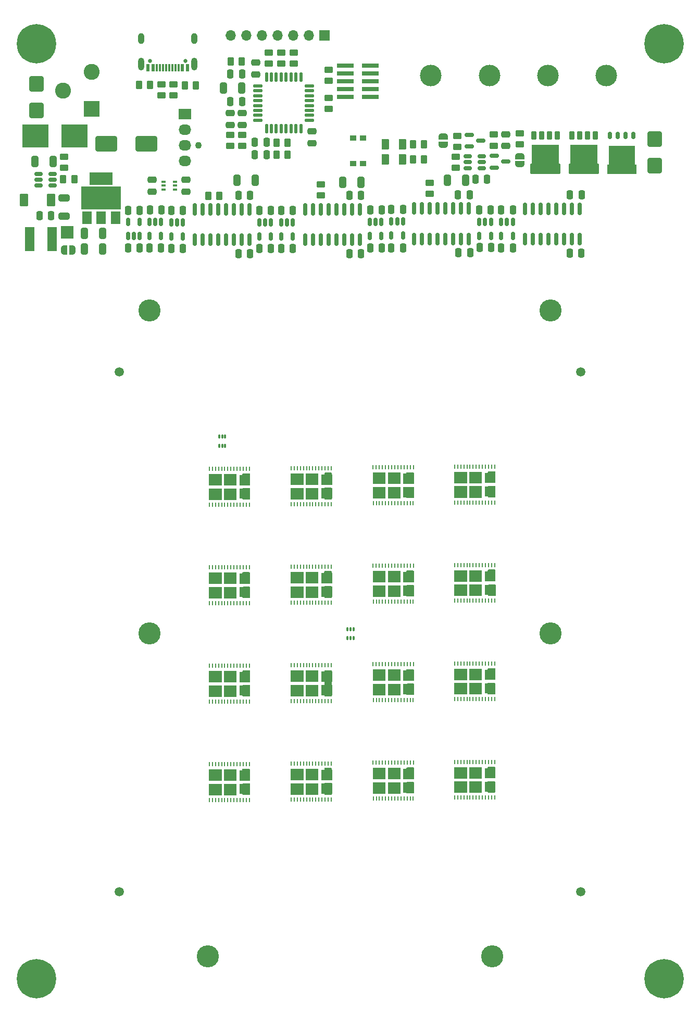
<source format=gts>
G04 #@! TF.GenerationSoftware,KiCad,Pcbnew,8.0.1-8.0.1-1~ubuntu22.04.1*
G04 #@! TF.CreationDate,2024-04-20T17:14:23+02:00*
G04 #@! TF.ProjectId,0xaxe,30786178-652e-46b6-9963-61645f706362,302*
G04 #@! TF.SameCoordinates,Original*
G04 #@! TF.FileFunction,Soldermask,Top*
G04 #@! TF.FilePolarity,Negative*
%FSLAX46Y46*%
G04 Gerber Fmt 4.6, Leading zero omitted, Abs format (unit mm)*
G04 Created by KiCad (PCBNEW 8.0.1-8.0.1-1~ubuntu22.04.1) date 2024-04-20 17:14:23*
%MOMM*%
%LPD*%
G01*
G04 APERTURE LIST*
G04 Aperture macros list*
%AMRoundRect*
0 Rectangle with rounded corners*
0 $1 Rounding radius*
0 $2 $3 $4 $5 $6 $7 $8 $9 X,Y pos of 4 corners*
0 Add a 4 corners polygon primitive as box body*
4,1,4,$2,$3,$4,$5,$6,$7,$8,$9,$2,$3,0*
0 Add four circle primitives for the rounded corners*
1,1,$1+$1,$2,$3*
1,1,$1+$1,$4,$5*
1,1,$1+$1,$6,$7*
1,1,$1+$1,$8,$9*
0 Add four rect primitives between the rounded corners*
20,1,$1+$1,$2,$3,$4,$5,0*
20,1,$1+$1,$4,$5,$6,$7,0*
20,1,$1+$1,$6,$7,$8,$9,0*
20,1,$1+$1,$8,$9,$2,$3,0*%
%AMFreePoly0*
4,1,19,0.500000,-0.750000,0.000000,-0.750000,0.000000,-0.744911,-0.071157,-0.744911,-0.207708,-0.704816,-0.327430,-0.627875,-0.420627,-0.520320,-0.479746,-0.390866,-0.500000,-0.250000,-0.500000,0.250000,-0.479746,0.390866,-0.420627,0.520320,-0.327430,0.627875,-0.207708,0.704816,-0.071157,0.744911,0.000000,0.744911,0.000000,0.750000,0.500000,0.750000,0.500000,-0.750000,0.500000,-0.750000,
$1*%
%AMFreePoly1*
4,1,19,0.000000,0.744911,0.071157,0.744911,0.207708,0.704816,0.327430,0.627875,0.420627,0.520320,0.479746,0.390866,0.500000,0.250000,0.500000,-0.250000,0.479746,-0.390866,0.420627,-0.520320,0.327430,-0.627875,0.207708,-0.704816,0.071157,-0.744911,0.000000,-0.744911,0.000000,-0.750000,-0.500000,-0.750000,-0.500000,0.750000,0.000000,0.750000,0.000000,0.744911,0.000000,0.744911,
$1*%
%AMFreePoly2*
4,1,21,3.024497,2.399497,3.045000,2.350000,3.045000,-2.350000,3.024497,-2.399497,2.975000,-2.420000,1.425000,-2.420000,1.375503,-2.399497,1.355000,-2.350000,1.355000,-2.170000,-1.650000,-2.170000,-1.699497,-2.149497,-1.720000,-2.100000,-1.720000,2.100000,-1.699497,2.149497,-1.650000,2.170000,1.355000,2.170000,1.355000,2.350000,1.375503,2.399497,1.425000,2.420000,2.975000,2.420000,
3.024497,2.399497,3.024497,2.399497,$1*%
%AMFreePoly3*
4,1,9,2.975000,-2.350000,1.425000,-2.350000,1.425000,-2.100000,-1.650000,-2.100000,-1.650000,2.100000,1.425000,2.100000,1.425000,2.350000,2.975000,2.350000,2.975000,-2.350000,2.975000,-2.350000,$1*%
G04 Aperture macros list end*
%ADD10C,0.120000*%
%ADD11RoundRect,0.150000X0.150000X-0.512500X0.150000X0.512500X-0.150000X0.512500X-0.150000X-0.512500X0*%
%ADD12R,0.221000X0.792000*%
%ADD13C,1.500000*%
%ADD14RoundRect,0.250000X-1.500000X-1.000000X1.500000X-1.000000X1.500000X1.000000X-1.500000X1.000000X0*%
%ADD15RoundRect,0.250000X-0.262500X-0.450000X0.262500X-0.450000X0.262500X0.450000X-0.262500X0.450000X0*%
%ADD16RoundRect,0.150000X-0.150000X0.512500X-0.150000X-0.512500X0.150000X-0.512500X0.150000X0.512500X0*%
%ADD17RoundRect,0.250000X-0.450000X0.262500X-0.450000X-0.262500X0.450000X-0.262500X0.450000X0.262500X0*%
%ADD18R,1.500000X4.000000*%
%ADD19C,3.500000*%
%ADD20RoundRect,0.250000X-0.325000X-0.650000X0.325000X-0.650000X0.325000X0.650000X-0.325000X0.650000X0*%
%ADD21RoundRect,0.150000X-0.150000X0.825000X-0.150000X-0.825000X0.150000X-0.825000X0.150000X0.825000X0*%
%ADD22RoundRect,0.250000X0.250000X0.475000X-0.250000X0.475000X-0.250000X-0.475000X0.250000X-0.475000X0*%
%ADD23FreePoly0,0.000000*%
%ADD24FreePoly1,0.000000*%
%ADD25RoundRect,0.250000X-0.250000X-0.475000X0.250000X-0.475000X0.250000X0.475000X-0.250000X0.475000X0*%
%ADD26RoundRect,0.250000X0.325000X0.650000X-0.325000X0.650000X-0.325000X-0.650000X0.325000X-0.650000X0*%
%ADD27C,0.800000*%
%ADD28C,6.400000*%
%ADD29RoundRect,0.250000X-0.450000X-0.800000X0.450000X-0.800000X0.450000X0.800000X-0.450000X0.800000X0*%
%ADD30RoundRect,0.250000X0.900000X-1.000000X0.900000X1.000000X-0.900000X1.000000X-0.900000X-1.000000X0*%
%ADD31RoundRect,0.250000X-0.375000X-0.625000X0.375000X-0.625000X0.375000X0.625000X-0.375000X0.625000X0*%
%ADD32C,3.600000*%
%ADD33RoundRect,0.050000X0.100000X-0.285000X0.100000X0.285000X-0.100000X0.285000X-0.100000X-0.285000X0*%
%ADD34C,1.100000*%
%ADD35R,2.030000X1.730000*%
%ADD36O,2.030000X1.730000*%
%ADD37FreePoly0,90.000000*%
%ADD38FreePoly1,90.000000*%
%ADD39RoundRect,0.250000X0.262500X0.450000X-0.262500X0.450000X-0.262500X-0.450000X0.262500X-0.450000X0*%
%ADD40RoundRect,0.250000X0.450000X-0.262500X0.450000X0.262500X-0.450000X0.262500X-0.450000X-0.262500X0*%
%ADD41RoundRect,0.250000X-0.475000X0.250000X-0.475000X-0.250000X0.475000X-0.250000X0.475000X0.250000X0*%
%ADD42R,2.760000X0.650000*%
%ADD43R,2.000000X2.000000*%
%ADD44RoundRect,0.250000X0.475000X-0.250000X0.475000X0.250000X-0.475000X0.250000X-0.475000X-0.250000X0*%
%ADD45RoundRect,0.150000X-0.587500X-0.150000X0.587500X-0.150000X0.587500X0.150000X-0.587500X0.150000X0*%
%ADD46R,4.245000X3.810000*%
%ADD47RoundRect,0.150000X-0.512500X-0.150000X0.512500X-0.150000X0.512500X0.150000X-0.512500X0.150000X0*%
%ADD48RoundRect,0.150000X0.512500X0.150000X-0.512500X0.150000X-0.512500X-0.150000X0.512500X-0.150000X0*%
%ADD49RoundRect,0.070000X0.350000X0.575000X-0.350000X0.575000X-0.350000X-0.575000X0.350000X-0.575000X0*%
%ADD50FreePoly2,270.000000*%
%ADD51R,1.500000X2.000000*%
%ADD52R,3.800000X2.000000*%
%ADD53C,0.650000*%
%ADD54R,0.600000X1.150000*%
%ADD55R,0.300000X1.150000*%
%ADD56O,1.000000X2.100000*%
%ADD57O,1.000000X1.800000*%
%ADD58R,1.700000X1.700000*%
%ADD59O,1.700000X1.700000*%
%ADD60RoundRect,0.175000X0.175000X0.400000X-0.175000X0.400000X-0.175000X-0.400000X0.175000X-0.400000X0*%
%ADD61FreePoly3,270.000000*%
%ADD62R,2.600000X2.600000*%
%ADD63C,2.600000*%
%ADD64RoundRect,0.250000X0.650000X-0.325000X0.650000X0.325000X-0.650000X0.325000X-0.650000X-0.325000X0*%
%ADD65RoundRect,0.250000X-0.900000X1.000000X-0.900000X-1.000000X0.900000X-1.000000X0.900000X1.000000X0*%
%ADD66R,1.000000X0.900000*%
%ADD67R,0.650000X0.400000*%
%ADD68RoundRect,0.125000X-0.625000X-0.125000X0.625000X-0.125000X0.625000X0.125000X-0.625000X0.125000X0*%
%ADD69RoundRect,0.125000X-0.125000X-0.625000X0.125000X-0.625000X0.125000X0.625000X-0.125000X0.625000X0*%
G04 APERTURE END LIST*
D10*
X84374000Y-97823900D02*
X86344000Y-97823900D01*
X86344000Y-96033900D01*
X84374000Y-96033900D01*
X84374000Y-97823900D01*
G36*
X84374000Y-97823900D02*
G01*
X86344000Y-97823900D01*
X86344000Y-96033900D01*
X84374000Y-96033900D01*
X84374000Y-97823900D01*
G37*
X84374000Y-100173900D02*
X86344000Y-100173900D01*
X86344000Y-98383900D01*
X84374000Y-98383900D01*
X84374000Y-100173900D01*
G36*
X84374000Y-100173900D02*
G01*
X86344000Y-100173900D01*
X86344000Y-98383900D01*
X84374000Y-98383900D01*
X84374000Y-100173900D01*
G37*
X86804000Y-97823900D02*
X88764000Y-97823900D01*
X88764000Y-96033900D01*
X86804000Y-96033900D01*
X86804000Y-97823900D01*
G36*
X86804000Y-97823900D02*
G01*
X88764000Y-97823900D01*
X88764000Y-96033900D01*
X86804000Y-96033900D01*
X86804000Y-97823900D01*
G37*
X86814000Y-100173900D02*
X88774000Y-100173900D01*
X88774000Y-98383900D01*
X86814000Y-98383900D01*
X86814000Y-100173900D01*
G36*
X86814000Y-100173900D02*
G01*
X88774000Y-100173900D01*
X88774000Y-98383900D01*
X86814000Y-98383900D01*
X86814000Y-100173900D01*
G37*
X89304000Y-97793900D02*
X90984000Y-97793900D01*
X90984000Y-96223900D01*
X89304000Y-96223900D01*
X89304000Y-97793900D01*
G36*
X89304000Y-97793900D02*
G01*
X90984000Y-97793900D01*
X90984000Y-96223900D01*
X89304000Y-96223900D01*
X89304000Y-97793900D01*
G37*
X89304000Y-99983900D02*
X90984000Y-99983900D01*
X90984000Y-98403900D01*
X89304000Y-98403900D01*
X89304000Y-99983900D01*
G36*
X89304000Y-99983900D02*
G01*
X90984000Y-99983900D01*
X90984000Y-98403900D01*
X89304000Y-98403900D01*
X89304000Y-99983900D01*
G37*
X84374000Y-145823900D02*
X86344000Y-145823900D01*
X86344000Y-144033900D01*
X84374000Y-144033900D01*
X84374000Y-145823900D01*
G36*
X84374000Y-145823900D02*
G01*
X86344000Y-145823900D01*
X86344000Y-144033900D01*
X84374000Y-144033900D01*
X84374000Y-145823900D01*
G37*
X84374000Y-148173900D02*
X86344000Y-148173900D01*
X86344000Y-146383900D01*
X84374000Y-146383900D01*
X84374000Y-148173900D01*
G36*
X84374000Y-148173900D02*
G01*
X86344000Y-148173900D01*
X86344000Y-146383900D01*
X84374000Y-146383900D01*
X84374000Y-148173900D01*
G37*
X86804000Y-145823900D02*
X88764000Y-145823900D01*
X88764000Y-144033900D01*
X86804000Y-144033900D01*
X86804000Y-145823900D01*
G36*
X86804000Y-145823900D02*
G01*
X88764000Y-145823900D01*
X88764000Y-144033900D01*
X86804000Y-144033900D01*
X86804000Y-145823900D01*
G37*
X86814000Y-148173900D02*
X88774000Y-148173900D01*
X88774000Y-146383900D01*
X86814000Y-146383900D01*
X86814000Y-148173900D01*
G36*
X86814000Y-148173900D02*
G01*
X88774000Y-148173900D01*
X88774000Y-146383900D01*
X86814000Y-146383900D01*
X86814000Y-148173900D01*
G37*
X89304000Y-145793900D02*
X90984000Y-145793900D01*
X90984000Y-144223900D01*
X89304000Y-144223900D01*
X89304000Y-145793900D01*
G36*
X89304000Y-145793900D02*
G01*
X90984000Y-145793900D01*
X90984000Y-144223900D01*
X89304000Y-144223900D01*
X89304000Y-145793900D01*
G37*
X89304000Y-147983900D02*
X90984000Y-147983900D01*
X90984000Y-146403900D01*
X89304000Y-146403900D01*
X89304000Y-147983900D01*
G36*
X89304000Y-147983900D02*
G01*
X90984000Y-147983900D01*
X90984000Y-146403900D01*
X89304000Y-146403900D01*
X89304000Y-147983900D01*
G37*
X71074000Y-97898900D02*
X73044000Y-97898900D01*
X73044000Y-96108900D01*
X71074000Y-96108900D01*
X71074000Y-97898900D01*
G36*
X71074000Y-97898900D02*
G01*
X73044000Y-97898900D01*
X73044000Y-96108900D01*
X71074000Y-96108900D01*
X71074000Y-97898900D01*
G37*
X71074000Y-100248900D02*
X73044000Y-100248900D01*
X73044000Y-98458900D01*
X71074000Y-98458900D01*
X71074000Y-100248900D01*
G36*
X71074000Y-100248900D02*
G01*
X73044000Y-100248900D01*
X73044000Y-98458900D01*
X71074000Y-98458900D01*
X71074000Y-100248900D01*
G37*
X73504000Y-97898900D02*
X75464000Y-97898900D01*
X75464000Y-96108900D01*
X73504000Y-96108900D01*
X73504000Y-97898900D01*
G36*
X73504000Y-97898900D02*
G01*
X75464000Y-97898900D01*
X75464000Y-96108900D01*
X73504000Y-96108900D01*
X73504000Y-97898900D01*
G37*
X73514000Y-100248900D02*
X75474000Y-100248900D01*
X75474000Y-98458900D01*
X73514000Y-98458900D01*
X73514000Y-100248900D01*
G36*
X73514000Y-100248900D02*
G01*
X75474000Y-100248900D01*
X75474000Y-98458900D01*
X73514000Y-98458900D01*
X73514000Y-100248900D01*
G37*
X76004000Y-97868900D02*
X77684000Y-97868900D01*
X77684000Y-96298900D01*
X76004000Y-96298900D01*
X76004000Y-97868900D01*
G36*
X76004000Y-97868900D02*
G01*
X77684000Y-97868900D01*
X77684000Y-96298900D01*
X76004000Y-96298900D01*
X76004000Y-97868900D01*
G37*
X76004000Y-100058900D02*
X77684000Y-100058900D01*
X77684000Y-98478900D01*
X76004000Y-98478900D01*
X76004000Y-100058900D01*
G36*
X76004000Y-100058900D02*
G01*
X77684000Y-100058900D01*
X77684000Y-98478900D01*
X76004000Y-98478900D01*
X76004000Y-100058900D01*
G37*
X71074000Y-129898900D02*
X73044000Y-129898900D01*
X73044000Y-128108900D01*
X71074000Y-128108900D01*
X71074000Y-129898900D01*
G36*
X71074000Y-129898900D02*
G01*
X73044000Y-129898900D01*
X73044000Y-128108900D01*
X71074000Y-128108900D01*
X71074000Y-129898900D01*
G37*
X71074000Y-132248900D02*
X73044000Y-132248900D01*
X73044000Y-130458900D01*
X71074000Y-130458900D01*
X71074000Y-132248900D01*
G36*
X71074000Y-132248900D02*
G01*
X73044000Y-132248900D01*
X73044000Y-130458900D01*
X71074000Y-130458900D01*
X71074000Y-132248900D01*
G37*
X73504000Y-129898900D02*
X75464000Y-129898900D01*
X75464000Y-128108900D01*
X73504000Y-128108900D01*
X73504000Y-129898900D01*
G36*
X73504000Y-129898900D02*
G01*
X75464000Y-129898900D01*
X75464000Y-128108900D01*
X73504000Y-128108900D01*
X73504000Y-129898900D01*
G37*
X73514000Y-132248900D02*
X75474000Y-132248900D01*
X75474000Y-130458900D01*
X73514000Y-130458900D01*
X73514000Y-132248900D01*
G36*
X73514000Y-132248900D02*
G01*
X75474000Y-132248900D01*
X75474000Y-130458900D01*
X73514000Y-130458900D01*
X73514000Y-132248900D01*
G37*
X76004000Y-129868900D02*
X77684000Y-129868900D01*
X77684000Y-128298900D01*
X76004000Y-128298900D01*
X76004000Y-129868900D01*
G36*
X76004000Y-129868900D02*
G01*
X77684000Y-129868900D01*
X77684000Y-128298900D01*
X76004000Y-128298900D01*
X76004000Y-129868900D01*
G37*
X76004000Y-132058900D02*
X77684000Y-132058900D01*
X77684000Y-130478900D01*
X76004000Y-130478900D01*
X76004000Y-132058900D01*
G36*
X76004000Y-132058900D02*
G01*
X77684000Y-132058900D01*
X77684000Y-130478900D01*
X76004000Y-130478900D01*
X76004000Y-132058900D01*
G37*
X110952000Y-113540900D02*
X112922000Y-113540900D01*
X112922000Y-111750900D01*
X110952000Y-111750900D01*
X110952000Y-113540900D01*
G36*
X110952000Y-113540900D02*
G01*
X112922000Y-113540900D01*
X112922000Y-111750900D01*
X110952000Y-111750900D01*
X110952000Y-113540900D01*
G37*
X110952000Y-115890900D02*
X112922000Y-115890900D01*
X112922000Y-114100900D01*
X110952000Y-114100900D01*
X110952000Y-115890900D01*
G36*
X110952000Y-115890900D02*
G01*
X112922000Y-115890900D01*
X112922000Y-114100900D01*
X110952000Y-114100900D01*
X110952000Y-115890900D01*
G37*
X113382000Y-113540900D02*
X115342000Y-113540900D01*
X115342000Y-111750900D01*
X113382000Y-111750900D01*
X113382000Y-113540900D01*
G36*
X113382000Y-113540900D02*
G01*
X115342000Y-113540900D01*
X115342000Y-111750900D01*
X113382000Y-111750900D01*
X113382000Y-113540900D01*
G37*
X113392000Y-115890900D02*
X115352000Y-115890900D01*
X115352000Y-114100900D01*
X113392000Y-114100900D01*
X113392000Y-115890900D01*
G36*
X113392000Y-115890900D02*
G01*
X115352000Y-115890900D01*
X115352000Y-114100900D01*
X113392000Y-114100900D01*
X113392000Y-115890900D01*
G37*
X115882000Y-113510900D02*
X117562000Y-113510900D01*
X117562000Y-111940900D01*
X115882000Y-111940900D01*
X115882000Y-113510900D01*
G36*
X115882000Y-113510900D02*
G01*
X117562000Y-113510900D01*
X117562000Y-111940900D01*
X115882000Y-111940900D01*
X115882000Y-113510900D01*
G37*
X115882000Y-115700900D02*
X117562000Y-115700900D01*
X117562000Y-114120900D01*
X115882000Y-114120900D01*
X115882000Y-115700900D01*
G36*
X115882000Y-115700900D02*
G01*
X117562000Y-115700900D01*
X117562000Y-114120900D01*
X115882000Y-114120900D01*
X115882000Y-115700900D01*
G37*
X97713000Y-129669900D02*
X99683000Y-129669900D01*
X99683000Y-127879900D01*
X97713000Y-127879900D01*
X97713000Y-129669900D01*
G36*
X97713000Y-129669900D02*
G01*
X99683000Y-129669900D01*
X99683000Y-127879900D01*
X97713000Y-127879900D01*
X97713000Y-129669900D01*
G37*
X97713000Y-132019900D02*
X99683000Y-132019900D01*
X99683000Y-130229900D01*
X97713000Y-130229900D01*
X97713000Y-132019900D01*
G36*
X97713000Y-132019900D02*
G01*
X99683000Y-132019900D01*
X99683000Y-130229900D01*
X97713000Y-130229900D01*
X97713000Y-132019900D01*
G37*
X100143000Y-129669900D02*
X102103000Y-129669900D01*
X102103000Y-127879900D01*
X100143000Y-127879900D01*
X100143000Y-129669900D01*
G36*
X100143000Y-129669900D02*
G01*
X102103000Y-129669900D01*
X102103000Y-127879900D01*
X100143000Y-127879900D01*
X100143000Y-129669900D01*
G37*
X100153000Y-132019900D02*
X102113000Y-132019900D01*
X102113000Y-130229900D01*
X100153000Y-130229900D01*
X100153000Y-132019900D01*
G36*
X100153000Y-132019900D02*
G01*
X102113000Y-132019900D01*
X102113000Y-130229900D01*
X100153000Y-130229900D01*
X100153000Y-132019900D01*
G37*
X102643000Y-129639900D02*
X104323000Y-129639900D01*
X104323000Y-128069900D01*
X102643000Y-128069900D01*
X102643000Y-129639900D01*
G36*
X102643000Y-129639900D02*
G01*
X104323000Y-129639900D01*
X104323000Y-128069900D01*
X102643000Y-128069900D01*
X102643000Y-129639900D01*
G37*
X102643000Y-131829900D02*
X104323000Y-131829900D01*
X104323000Y-130249900D01*
X102643000Y-130249900D01*
X102643000Y-131829900D01*
G36*
X102643000Y-131829900D02*
G01*
X104323000Y-131829900D01*
X104323000Y-130249900D01*
X102643000Y-130249900D01*
X102643000Y-131829900D01*
G37*
X110952000Y-145540900D02*
X112922000Y-145540900D01*
X112922000Y-143750900D01*
X110952000Y-143750900D01*
X110952000Y-145540900D01*
G36*
X110952000Y-145540900D02*
G01*
X112922000Y-145540900D01*
X112922000Y-143750900D01*
X110952000Y-143750900D01*
X110952000Y-145540900D01*
G37*
X110952000Y-147890900D02*
X112922000Y-147890900D01*
X112922000Y-146100900D01*
X110952000Y-146100900D01*
X110952000Y-147890900D01*
G36*
X110952000Y-147890900D02*
G01*
X112922000Y-147890900D01*
X112922000Y-146100900D01*
X110952000Y-146100900D01*
X110952000Y-147890900D01*
G37*
X113382000Y-145540900D02*
X115342000Y-145540900D01*
X115342000Y-143750900D01*
X113382000Y-143750900D01*
X113382000Y-145540900D01*
G36*
X113382000Y-145540900D02*
G01*
X115342000Y-145540900D01*
X115342000Y-143750900D01*
X113382000Y-143750900D01*
X113382000Y-145540900D01*
G37*
X113392000Y-147890900D02*
X115352000Y-147890900D01*
X115352000Y-146100900D01*
X113392000Y-146100900D01*
X113392000Y-147890900D01*
G36*
X113392000Y-147890900D02*
G01*
X115352000Y-147890900D01*
X115352000Y-146100900D01*
X113392000Y-146100900D01*
X113392000Y-147890900D01*
G37*
X115882000Y-145510900D02*
X117562000Y-145510900D01*
X117562000Y-143940900D01*
X115882000Y-143940900D01*
X115882000Y-145510900D01*
G36*
X115882000Y-145510900D02*
G01*
X117562000Y-145510900D01*
X117562000Y-143940900D01*
X115882000Y-143940900D01*
X115882000Y-145510900D01*
G37*
X115882000Y-147700900D02*
X117562000Y-147700900D01*
X117562000Y-146120900D01*
X115882000Y-146120900D01*
X115882000Y-147700900D01*
G36*
X115882000Y-147700900D02*
G01*
X117562000Y-147700900D01*
X117562000Y-146120900D01*
X115882000Y-146120900D01*
X115882000Y-147700900D01*
G37*
X97713000Y-145669900D02*
X99683000Y-145669900D01*
X99683000Y-143879900D01*
X97713000Y-143879900D01*
X97713000Y-145669900D01*
G36*
X97713000Y-145669900D02*
G01*
X99683000Y-145669900D01*
X99683000Y-143879900D01*
X97713000Y-143879900D01*
X97713000Y-145669900D01*
G37*
X97713000Y-148019900D02*
X99683000Y-148019900D01*
X99683000Y-146229900D01*
X97713000Y-146229900D01*
X97713000Y-148019900D01*
G36*
X97713000Y-148019900D02*
G01*
X99683000Y-148019900D01*
X99683000Y-146229900D01*
X97713000Y-146229900D01*
X97713000Y-148019900D01*
G37*
X100143000Y-145669900D02*
X102103000Y-145669900D01*
X102103000Y-143879900D01*
X100143000Y-143879900D01*
X100143000Y-145669900D01*
G36*
X100143000Y-145669900D02*
G01*
X102103000Y-145669900D01*
X102103000Y-143879900D01*
X100143000Y-143879900D01*
X100143000Y-145669900D01*
G37*
X100153000Y-148019900D02*
X102113000Y-148019900D01*
X102113000Y-146229900D01*
X100153000Y-146229900D01*
X100153000Y-148019900D01*
G36*
X100153000Y-148019900D02*
G01*
X102113000Y-148019900D01*
X102113000Y-146229900D01*
X100153000Y-146229900D01*
X100153000Y-148019900D01*
G37*
X102643000Y-145639900D02*
X104323000Y-145639900D01*
X104323000Y-144069900D01*
X102643000Y-144069900D01*
X102643000Y-145639900D01*
G36*
X102643000Y-145639900D02*
G01*
X104323000Y-145639900D01*
X104323000Y-144069900D01*
X102643000Y-144069900D01*
X102643000Y-145639900D01*
G37*
X102643000Y-147829900D02*
X104323000Y-147829900D01*
X104323000Y-146249900D01*
X102643000Y-146249900D01*
X102643000Y-147829900D01*
G36*
X102643000Y-147829900D02*
G01*
X104323000Y-147829900D01*
X104323000Y-146249900D01*
X102643000Y-146249900D01*
X102643000Y-147829900D01*
G37*
X71074000Y-113898900D02*
X73044000Y-113898900D01*
X73044000Y-112108900D01*
X71074000Y-112108900D01*
X71074000Y-113898900D01*
G36*
X71074000Y-113898900D02*
G01*
X73044000Y-113898900D01*
X73044000Y-112108900D01*
X71074000Y-112108900D01*
X71074000Y-113898900D01*
G37*
X71074000Y-116248900D02*
X73044000Y-116248900D01*
X73044000Y-114458900D01*
X71074000Y-114458900D01*
X71074000Y-116248900D01*
G36*
X71074000Y-116248900D02*
G01*
X73044000Y-116248900D01*
X73044000Y-114458900D01*
X71074000Y-114458900D01*
X71074000Y-116248900D01*
G37*
X73504000Y-113898900D02*
X75464000Y-113898900D01*
X75464000Y-112108900D01*
X73504000Y-112108900D01*
X73504000Y-113898900D01*
G36*
X73504000Y-113898900D02*
G01*
X75464000Y-113898900D01*
X75464000Y-112108900D01*
X73504000Y-112108900D01*
X73504000Y-113898900D01*
G37*
X73514000Y-116248900D02*
X75474000Y-116248900D01*
X75474000Y-114458900D01*
X73514000Y-114458900D01*
X73514000Y-116248900D01*
G36*
X73514000Y-116248900D02*
G01*
X75474000Y-116248900D01*
X75474000Y-114458900D01*
X73514000Y-114458900D01*
X73514000Y-116248900D01*
G37*
X76004000Y-113868900D02*
X77684000Y-113868900D01*
X77684000Y-112298900D01*
X76004000Y-112298900D01*
X76004000Y-113868900D01*
G36*
X76004000Y-113868900D02*
G01*
X77684000Y-113868900D01*
X77684000Y-112298900D01*
X76004000Y-112298900D01*
X76004000Y-113868900D01*
G37*
X76004000Y-116058900D02*
X77684000Y-116058900D01*
X77684000Y-114478900D01*
X76004000Y-114478900D01*
X76004000Y-116058900D01*
G36*
X76004000Y-116058900D02*
G01*
X77684000Y-116058900D01*
X77684000Y-114478900D01*
X76004000Y-114478900D01*
X76004000Y-116058900D01*
G37*
X84374000Y-129823900D02*
X86344000Y-129823900D01*
X86344000Y-128033900D01*
X84374000Y-128033900D01*
X84374000Y-129823900D01*
G36*
X84374000Y-129823900D02*
G01*
X86344000Y-129823900D01*
X86344000Y-128033900D01*
X84374000Y-128033900D01*
X84374000Y-129823900D01*
G37*
X84374000Y-132173900D02*
X86344000Y-132173900D01*
X86344000Y-130383900D01*
X84374000Y-130383900D01*
X84374000Y-132173900D01*
G36*
X84374000Y-132173900D02*
G01*
X86344000Y-132173900D01*
X86344000Y-130383900D01*
X84374000Y-130383900D01*
X84374000Y-132173900D01*
G37*
X86804000Y-129823900D02*
X88764000Y-129823900D01*
X88764000Y-128033900D01*
X86804000Y-128033900D01*
X86804000Y-129823900D01*
G36*
X86804000Y-129823900D02*
G01*
X88764000Y-129823900D01*
X88764000Y-128033900D01*
X86804000Y-128033900D01*
X86804000Y-129823900D01*
G37*
X86814000Y-132173900D02*
X88774000Y-132173900D01*
X88774000Y-130383900D01*
X86814000Y-130383900D01*
X86814000Y-132173900D01*
G36*
X86814000Y-132173900D02*
G01*
X88774000Y-132173900D01*
X88774000Y-130383900D01*
X86814000Y-130383900D01*
X86814000Y-132173900D01*
G37*
X89304000Y-129793900D02*
X90984000Y-129793900D01*
X90984000Y-128223900D01*
X89304000Y-128223900D01*
X89304000Y-129793900D01*
G36*
X89304000Y-129793900D02*
G01*
X90984000Y-129793900D01*
X90984000Y-128223900D01*
X89304000Y-128223900D01*
X89304000Y-129793900D01*
G37*
X89304000Y-131983900D02*
X90984000Y-131983900D01*
X90984000Y-130403900D01*
X89304000Y-130403900D01*
X89304000Y-131983900D01*
G36*
X89304000Y-131983900D02*
G01*
X90984000Y-131983900D01*
X90984000Y-130403900D01*
X89304000Y-130403900D01*
X89304000Y-131983900D01*
G37*
X97713000Y-113669900D02*
X99683000Y-113669900D01*
X99683000Y-111879900D01*
X97713000Y-111879900D01*
X97713000Y-113669900D01*
G36*
X97713000Y-113669900D02*
G01*
X99683000Y-113669900D01*
X99683000Y-111879900D01*
X97713000Y-111879900D01*
X97713000Y-113669900D01*
G37*
X97713000Y-116019900D02*
X99683000Y-116019900D01*
X99683000Y-114229900D01*
X97713000Y-114229900D01*
X97713000Y-116019900D01*
G36*
X97713000Y-116019900D02*
G01*
X99683000Y-116019900D01*
X99683000Y-114229900D01*
X97713000Y-114229900D01*
X97713000Y-116019900D01*
G37*
X100143000Y-113669900D02*
X102103000Y-113669900D01*
X102103000Y-111879900D01*
X100143000Y-111879900D01*
X100143000Y-113669900D01*
G36*
X100143000Y-113669900D02*
G01*
X102103000Y-113669900D01*
X102103000Y-111879900D01*
X100143000Y-111879900D01*
X100143000Y-113669900D01*
G37*
X100153000Y-116019900D02*
X102113000Y-116019900D01*
X102113000Y-114229900D01*
X100153000Y-114229900D01*
X100153000Y-116019900D01*
G36*
X100153000Y-116019900D02*
G01*
X102113000Y-116019900D01*
X102113000Y-114229900D01*
X100153000Y-114229900D01*
X100153000Y-116019900D01*
G37*
X102643000Y-113639900D02*
X104323000Y-113639900D01*
X104323000Y-112069900D01*
X102643000Y-112069900D01*
X102643000Y-113639900D01*
G36*
X102643000Y-113639900D02*
G01*
X104323000Y-113639900D01*
X104323000Y-112069900D01*
X102643000Y-112069900D01*
X102643000Y-113639900D01*
G37*
X102643000Y-115829900D02*
X104323000Y-115829900D01*
X104323000Y-114249900D01*
X102643000Y-114249900D01*
X102643000Y-115829900D01*
G36*
X102643000Y-115829900D02*
G01*
X104323000Y-115829900D01*
X104323000Y-114249900D01*
X102643000Y-114249900D01*
X102643000Y-115829900D01*
G37*
X97713000Y-97669900D02*
X99683000Y-97669900D01*
X99683000Y-95879900D01*
X97713000Y-95879900D01*
X97713000Y-97669900D01*
G36*
X97713000Y-97669900D02*
G01*
X99683000Y-97669900D01*
X99683000Y-95879900D01*
X97713000Y-95879900D01*
X97713000Y-97669900D01*
G37*
X97713000Y-100019900D02*
X99683000Y-100019900D01*
X99683000Y-98229900D01*
X97713000Y-98229900D01*
X97713000Y-100019900D01*
G36*
X97713000Y-100019900D02*
G01*
X99683000Y-100019900D01*
X99683000Y-98229900D01*
X97713000Y-98229900D01*
X97713000Y-100019900D01*
G37*
X100143000Y-97669900D02*
X102103000Y-97669900D01*
X102103000Y-95879900D01*
X100143000Y-95879900D01*
X100143000Y-97669900D01*
G36*
X100143000Y-97669900D02*
G01*
X102103000Y-97669900D01*
X102103000Y-95879900D01*
X100143000Y-95879900D01*
X100143000Y-97669900D01*
G37*
X100153000Y-100019900D02*
X102113000Y-100019900D01*
X102113000Y-98229900D01*
X100153000Y-98229900D01*
X100153000Y-100019900D01*
G36*
X100153000Y-100019900D02*
G01*
X102113000Y-100019900D01*
X102113000Y-98229900D01*
X100153000Y-98229900D01*
X100153000Y-100019900D01*
G37*
X102643000Y-97639900D02*
X104323000Y-97639900D01*
X104323000Y-96069900D01*
X102643000Y-96069900D01*
X102643000Y-97639900D01*
G36*
X102643000Y-97639900D02*
G01*
X104323000Y-97639900D01*
X104323000Y-96069900D01*
X102643000Y-96069900D01*
X102643000Y-97639900D01*
G37*
X102643000Y-99829900D02*
X104323000Y-99829900D01*
X104323000Y-98249900D01*
X102643000Y-98249900D01*
X102643000Y-99829900D01*
G36*
X102643000Y-99829900D02*
G01*
X104323000Y-99829900D01*
X104323000Y-98249900D01*
X102643000Y-98249900D01*
X102643000Y-99829900D01*
G37*
X110952000Y-129540900D02*
X112922000Y-129540900D01*
X112922000Y-127750900D01*
X110952000Y-127750900D01*
X110952000Y-129540900D01*
G36*
X110952000Y-129540900D02*
G01*
X112922000Y-129540900D01*
X112922000Y-127750900D01*
X110952000Y-127750900D01*
X110952000Y-129540900D01*
G37*
X110952000Y-131890900D02*
X112922000Y-131890900D01*
X112922000Y-130100900D01*
X110952000Y-130100900D01*
X110952000Y-131890900D01*
G36*
X110952000Y-131890900D02*
G01*
X112922000Y-131890900D01*
X112922000Y-130100900D01*
X110952000Y-130100900D01*
X110952000Y-131890900D01*
G37*
X113382000Y-129540900D02*
X115342000Y-129540900D01*
X115342000Y-127750900D01*
X113382000Y-127750900D01*
X113382000Y-129540900D01*
G36*
X113382000Y-129540900D02*
G01*
X115342000Y-129540900D01*
X115342000Y-127750900D01*
X113382000Y-127750900D01*
X113382000Y-129540900D01*
G37*
X113392000Y-131890900D02*
X115352000Y-131890900D01*
X115352000Y-130100900D01*
X113392000Y-130100900D01*
X113392000Y-131890900D01*
G36*
X113392000Y-131890900D02*
G01*
X115352000Y-131890900D01*
X115352000Y-130100900D01*
X113392000Y-130100900D01*
X113392000Y-131890900D01*
G37*
X115882000Y-129510900D02*
X117562000Y-129510900D01*
X117562000Y-127940900D01*
X115882000Y-127940900D01*
X115882000Y-129510900D01*
G36*
X115882000Y-129510900D02*
G01*
X117562000Y-129510900D01*
X117562000Y-127940900D01*
X115882000Y-127940900D01*
X115882000Y-129510900D01*
G37*
X115882000Y-131700900D02*
X117562000Y-131700900D01*
X117562000Y-130120900D01*
X115882000Y-130120900D01*
X115882000Y-131700900D01*
G36*
X115882000Y-131700900D02*
G01*
X117562000Y-131700900D01*
X117562000Y-130120900D01*
X115882000Y-130120900D01*
X115882000Y-131700900D01*
G37*
X71074000Y-145898900D02*
X73044000Y-145898900D01*
X73044000Y-144108900D01*
X71074000Y-144108900D01*
X71074000Y-145898900D01*
G36*
X71074000Y-145898900D02*
G01*
X73044000Y-145898900D01*
X73044000Y-144108900D01*
X71074000Y-144108900D01*
X71074000Y-145898900D01*
G37*
X71074000Y-148248900D02*
X73044000Y-148248900D01*
X73044000Y-146458900D01*
X71074000Y-146458900D01*
X71074000Y-148248900D01*
G36*
X71074000Y-148248900D02*
G01*
X73044000Y-148248900D01*
X73044000Y-146458900D01*
X71074000Y-146458900D01*
X71074000Y-148248900D01*
G37*
X73504000Y-145898900D02*
X75464000Y-145898900D01*
X75464000Y-144108900D01*
X73504000Y-144108900D01*
X73504000Y-145898900D01*
G36*
X73504000Y-145898900D02*
G01*
X75464000Y-145898900D01*
X75464000Y-144108900D01*
X73504000Y-144108900D01*
X73504000Y-145898900D01*
G37*
X73514000Y-148248900D02*
X75474000Y-148248900D01*
X75474000Y-146458900D01*
X73514000Y-146458900D01*
X73514000Y-148248900D01*
G36*
X73514000Y-148248900D02*
G01*
X75474000Y-148248900D01*
X75474000Y-146458900D01*
X73514000Y-146458900D01*
X73514000Y-148248900D01*
G37*
X76004000Y-145868900D02*
X77684000Y-145868900D01*
X77684000Y-144298900D01*
X76004000Y-144298900D01*
X76004000Y-145868900D01*
G36*
X76004000Y-145868900D02*
G01*
X77684000Y-145868900D01*
X77684000Y-144298900D01*
X76004000Y-144298900D01*
X76004000Y-145868900D01*
G37*
X76004000Y-148058900D02*
X77684000Y-148058900D01*
X77684000Y-146478900D01*
X76004000Y-146478900D01*
X76004000Y-148058900D01*
G36*
X76004000Y-148058900D02*
G01*
X77684000Y-148058900D01*
X77684000Y-146478900D01*
X76004000Y-146478900D01*
X76004000Y-148058900D01*
G37*
X110952000Y-97540900D02*
X112922000Y-97540900D01*
X112922000Y-95750900D01*
X110952000Y-95750900D01*
X110952000Y-97540900D01*
G36*
X110952000Y-97540900D02*
G01*
X112922000Y-97540900D01*
X112922000Y-95750900D01*
X110952000Y-95750900D01*
X110952000Y-97540900D01*
G37*
X110952000Y-99890900D02*
X112922000Y-99890900D01*
X112922000Y-98100900D01*
X110952000Y-98100900D01*
X110952000Y-99890900D01*
G36*
X110952000Y-99890900D02*
G01*
X112922000Y-99890900D01*
X112922000Y-98100900D01*
X110952000Y-98100900D01*
X110952000Y-99890900D01*
G37*
X113382000Y-97540900D02*
X115342000Y-97540900D01*
X115342000Y-95750900D01*
X113382000Y-95750900D01*
X113382000Y-97540900D01*
G36*
X113382000Y-97540900D02*
G01*
X115342000Y-97540900D01*
X115342000Y-95750900D01*
X113382000Y-95750900D01*
X113382000Y-97540900D01*
G37*
X113392000Y-99890900D02*
X115352000Y-99890900D01*
X115352000Y-98100900D01*
X113392000Y-98100900D01*
X113392000Y-99890900D01*
G36*
X113392000Y-99890900D02*
G01*
X115352000Y-99890900D01*
X115352000Y-98100900D01*
X113392000Y-98100900D01*
X113392000Y-99890900D01*
G37*
X115882000Y-97510900D02*
X117562000Y-97510900D01*
X117562000Y-95940900D01*
X115882000Y-95940900D01*
X115882000Y-97510900D01*
G36*
X115882000Y-97510900D02*
G01*
X117562000Y-97510900D01*
X117562000Y-95940900D01*
X115882000Y-95940900D01*
X115882000Y-97510900D01*
G37*
X115882000Y-99700900D02*
X117562000Y-99700900D01*
X117562000Y-98120900D01*
X115882000Y-98120900D01*
X115882000Y-99700900D01*
G36*
X115882000Y-99700900D02*
G01*
X117562000Y-99700900D01*
X117562000Y-98120900D01*
X115882000Y-98120900D01*
X115882000Y-99700900D01*
G37*
X84374000Y-113823900D02*
X86344000Y-113823900D01*
X86344000Y-112033900D01*
X84374000Y-112033900D01*
X84374000Y-113823900D01*
G36*
X84374000Y-113823900D02*
G01*
X86344000Y-113823900D01*
X86344000Y-112033900D01*
X84374000Y-112033900D01*
X84374000Y-113823900D01*
G37*
X84374000Y-116173900D02*
X86344000Y-116173900D01*
X86344000Y-114383900D01*
X84374000Y-114383900D01*
X84374000Y-116173900D01*
G36*
X84374000Y-116173900D02*
G01*
X86344000Y-116173900D01*
X86344000Y-114383900D01*
X84374000Y-114383900D01*
X84374000Y-116173900D01*
G37*
X86804000Y-113823900D02*
X88764000Y-113823900D01*
X88764000Y-112033900D01*
X86804000Y-112033900D01*
X86804000Y-113823900D01*
G36*
X86804000Y-113823900D02*
G01*
X88764000Y-113823900D01*
X88764000Y-112033900D01*
X86804000Y-112033900D01*
X86804000Y-113823900D01*
G37*
X86814000Y-116173900D02*
X88774000Y-116173900D01*
X88774000Y-114383900D01*
X86814000Y-114383900D01*
X86814000Y-116173900D01*
G36*
X86814000Y-116173900D02*
G01*
X88774000Y-116173900D01*
X88774000Y-114383900D01*
X86814000Y-114383900D01*
X86814000Y-116173900D01*
G37*
X89304000Y-113793900D02*
X90984000Y-113793900D01*
X90984000Y-112223900D01*
X89304000Y-112223900D01*
X89304000Y-113793900D01*
G36*
X89304000Y-113793900D02*
G01*
X90984000Y-113793900D01*
X90984000Y-112223900D01*
X89304000Y-112223900D01*
X89304000Y-113793900D01*
G37*
X89304000Y-115983900D02*
X90984000Y-115983900D01*
X90984000Y-114403900D01*
X89304000Y-114403900D01*
X89304000Y-115983900D01*
G36*
X89304000Y-115983900D02*
G01*
X90984000Y-115983900D01*
X90984000Y-114403900D01*
X89304000Y-114403900D01*
X89304000Y-115983900D01*
G37*
D11*
X57912500Y-57437500D03*
X58862500Y-57437500D03*
X59812500Y-57437500D03*
X59812500Y-55162500D03*
X57912500Y-55162500D03*
D12*
X90937000Y-95187900D03*
X90435000Y-95187900D03*
X89933000Y-95187900D03*
X89431000Y-95187900D03*
X88929000Y-95187900D03*
X88427000Y-95187900D03*
X87925000Y-95187900D03*
X87423000Y-95187900D03*
X86921000Y-95187900D03*
X86419000Y-95187900D03*
X85917000Y-95187900D03*
X85415000Y-95187900D03*
X84913000Y-95187900D03*
X84411000Y-95187900D03*
X84424000Y-101019900D03*
X84924000Y-101019900D03*
X85424000Y-101019900D03*
X85924000Y-101019900D03*
X86424000Y-101019900D03*
X86921000Y-101019900D03*
X87424000Y-101019900D03*
X87925000Y-101019900D03*
X88427000Y-101019900D03*
X88929000Y-101019900D03*
X89431000Y-101019900D03*
X89924000Y-101019900D03*
X90435000Y-101019900D03*
X90924000Y-101019900D03*
D13*
X56500000Y-164000000D03*
D14*
X54350000Y-42475000D03*
X60850000Y-42475000D03*
D15*
X59687500Y-32917000D03*
X61512500Y-32917000D03*
D16*
X99100000Y-55125000D03*
X98150000Y-55125000D03*
X97200000Y-55125000D03*
X97200000Y-57400000D03*
X99100000Y-57400000D03*
D17*
X111407499Y-41146500D03*
X111407499Y-42971500D03*
D18*
X41925000Y-57925000D03*
X45525000Y-57925000D03*
D19*
X135642500Y-31361000D03*
X126142500Y-31361000D03*
X116642500Y-31361000D03*
X107142500Y-31361000D03*
D16*
X116900000Y-55125000D03*
X115950000Y-55125000D03*
X115000000Y-55125000D03*
X115000000Y-57400000D03*
X116900000Y-57400000D03*
D20*
X42772200Y-45308000D03*
X45722200Y-45308000D03*
D21*
X77610000Y-53075100D03*
X76340000Y-53075100D03*
X75070000Y-53075100D03*
X73800000Y-53075100D03*
X72530000Y-53075100D03*
X71260000Y-53075100D03*
X69990000Y-53075100D03*
X68720000Y-53075100D03*
X68720000Y-58025100D03*
X69990000Y-58025100D03*
X71260000Y-58025100D03*
X72530000Y-58025100D03*
X73800000Y-58025100D03*
X75070000Y-58025100D03*
X76340000Y-58025100D03*
X77610000Y-58025100D03*
D22*
X76431000Y-31097000D03*
X74531000Y-31097000D03*
D23*
X47525000Y-59675000D03*
D24*
X48825000Y-59675000D03*
D12*
X90937000Y-143187900D03*
X90435000Y-143187900D03*
X89933000Y-143187900D03*
X89431000Y-143187900D03*
X88929000Y-143187900D03*
X88427000Y-143187900D03*
X87925000Y-143187900D03*
X87423000Y-143187900D03*
X86921000Y-143187900D03*
X86419000Y-143187900D03*
X85917000Y-143187900D03*
X85415000Y-143187900D03*
X84913000Y-143187900D03*
X84411000Y-143187900D03*
X84424000Y-149019900D03*
X84924000Y-149019900D03*
X85424000Y-149019900D03*
X85924000Y-149019900D03*
X86424000Y-149019900D03*
X86921000Y-149019900D03*
X87424000Y-149019900D03*
X87925000Y-149019900D03*
X88427000Y-149019900D03*
X88929000Y-149019900D03*
X89431000Y-149019900D03*
X89924000Y-149019900D03*
X90435000Y-149019900D03*
X90924000Y-149019900D03*
D17*
X76500000Y-40984500D03*
X76500000Y-42809500D03*
D25*
X57912500Y-59350000D03*
X59812500Y-59350000D03*
D26*
X53775000Y-57025000D03*
X50825000Y-57025000D03*
D27*
X40600000Y-178200000D03*
X41302944Y-176502944D03*
X41302944Y-179897056D03*
X43000000Y-175800000D03*
D28*
X43000000Y-178200000D03*
D27*
X43000000Y-180600000D03*
X44697056Y-176502944D03*
X44697056Y-179897056D03*
X45400000Y-178200000D03*
D29*
X40993200Y-51577000D03*
X45393200Y-51577000D03*
D30*
X42988200Y-37003800D03*
X42988200Y-32703800D03*
D31*
X99712500Y-45000000D03*
X102512500Y-45000000D03*
D32*
X61391800Y-121994400D03*
D33*
X72700000Y-91540000D03*
X73200000Y-91540000D03*
X73700000Y-91540000D03*
X73700000Y-90060000D03*
X73200000Y-90060000D03*
X72700000Y-90060000D03*
D34*
X69310000Y-42680000D03*
D35*
X67150000Y-37600000D03*
D36*
X67150000Y-40140000D03*
X67150000Y-42680000D03*
X67150000Y-45220000D03*
D22*
X113427200Y-50741700D03*
X111527200Y-50741700D03*
X63250000Y-59400000D03*
X61350000Y-59400000D03*
D25*
X114350000Y-48200000D03*
X116250000Y-48200000D03*
D17*
X80800000Y-27584500D03*
X80800000Y-29409500D03*
D22*
X80400000Y-44197000D03*
X78500000Y-44197000D03*
D16*
X66812200Y-55201200D03*
X65862200Y-55201200D03*
X64912200Y-55201200D03*
X64912200Y-57476200D03*
X66812200Y-57476200D03*
D22*
X131639000Y-50757900D03*
X129739000Y-50757900D03*
X120479000Y-53153900D03*
X118579000Y-53153900D03*
X81150000Y-59500000D03*
X79250000Y-59500000D03*
D17*
X106957800Y-48787800D03*
X106957800Y-50612800D03*
X84800000Y-27584500D03*
X84800000Y-29409500D03*
D37*
X121575400Y-45785600D03*
D38*
X121575400Y-44485600D03*
D39*
X106025000Y-42500000D03*
X104200000Y-42500000D03*
D40*
X47511200Y-46357500D03*
X47511200Y-44532500D03*
D26*
X53775000Y-59525000D03*
X50825000Y-59525000D03*
D12*
X77637000Y-95262900D03*
X77135000Y-95262900D03*
X76633000Y-95262900D03*
X76131000Y-95262900D03*
X75629000Y-95262900D03*
X75127000Y-95262900D03*
X74625000Y-95262900D03*
X74123000Y-95262900D03*
X73621000Y-95262900D03*
X73119000Y-95262900D03*
X72617000Y-95262900D03*
X72115000Y-95262900D03*
X71613000Y-95262900D03*
X71111000Y-95262900D03*
X71124000Y-101094900D03*
X71624000Y-101094900D03*
X72124000Y-101094900D03*
X72624000Y-101094900D03*
X73124000Y-101094900D03*
X73621000Y-101094900D03*
X74124000Y-101094900D03*
X74625000Y-101094900D03*
X75127000Y-101094900D03*
X75629000Y-101094900D03*
X76131000Y-101094900D03*
X76624000Y-101094900D03*
X77135000Y-101094900D03*
X77624000Y-101094900D03*
D22*
X131574000Y-60236900D03*
X129674000Y-60236900D03*
D39*
X49173700Y-48195000D03*
X47348700Y-48195000D03*
D41*
X87800000Y-40447000D03*
X87800000Y-42347000D03*
D22*
X95790200Y-50842700D03*
X93890200Y-50842700D03*
D39*
X72762500Y-50900000D03*
X70937500Y-50900000D03*
D22*
X99183200Y-59390200D03*
X97283200Y-59390200D03*
D12*
X77637000Y-127262900D03*
X77135000Y-127262900D03*
X76633000Y-127262900D03*
X76131000Y-127262900D03*
X75629000Y-127262900D03*
X75127000Y-127262900D03*
X74625000Y-127262900D03*
X74123000Y-127262900D03*
X73621000Y-127262900D03*
X73119000Y-127262900D03*
X72617000Y-127262900D03*
X72115000Y-127262900D03*
X71613000Y-127262900D03*
X71111000Y-127262900D03*
X71124000Y-133094900D03*
X71624000Y-133094900D03*
X72124000Y-133094900D03*
X72624000Y-133094900D03*
X73124000Y-133094900D03*
X73621000Y-133094900D03*
X74124000Y-133094900D03*
X74625000Y-133094900D03*
X75127000Y-133094900D03*
X75629000Y-133094900D03*
X76131000Y-133094900D03*
X76624000Y-133094900D03*
X77135000Y-133094900D03*
X77624000Y-133094900D03*
D42*
X97279000Y-34855000D03*
X93239000Y-34855000D03*
X97279000Y-33585000D03*
X93239000Y-33585000D03*
X97279000Y-32315000D03*
X93239000Y-32315000D03*
X97279000Y-31045000D03*
X93239000Y-31045000D03*
X97279000Y-29775000D03*
X93239000Y-29775000D03*
D27*
X142600000Y-178200000D03*
X143302944Y-176502944D03*
X143302944Y-179897056D03*
X145000000Y-175800000D03*
D28*
X145000000Y-178200000D03*
D27*
X145000000Y-180600000D03*
X146697056Y-176502944D03*
X146697056Y-179897056D03*
X147400000Y-178200000D03*
D22*
X102616200Y-53137700D03*
X100716200Y-53137700D03*
D17*
X90500000Y-34987500D03*
X90500000Y-36812500D03*
D43*
X48025000Y-56865000D03*
D12*
X117515000Y-110904900D03*
X117013000Y-110904900D03*
X116511000Y-110904900D03*
X116009000Y-110904900D03*
X115507000Y-110904900D03*
X115005000Y-110904900D03*
X114503000Y-110904900D03*
X114001000Y-110904900D03*
X113499000Y-110904900D03*
X112997000Y-110904900D03*
X112495000Y-110904900D03*
X111993000Y-110904900D03*
X111491000Y-110904900D03*
X110989000Y-110904900D03*
X111002000Y-116736900D03*
X111502000Y-116736900D03*
X112002000Y-116736900D03*
X112502000Y-116736900D03*
X113002000Y-116736900D03*
X113499000Y-116736900D03*
X114002000Y-116736900D03*
X114503000Y-116736900D03*
X115005000Y-116736900D03*
X115507000Y-116736900D03*
X116009000Y-116736900D03*
X116502000Y-116736900D03*
X117013000Y-116736900D03*
X117502000Y-116736900D03*
D32*
X126600000Y-69500000D03*
X117100000Y-174500000D03*
X70900000Y-174500000D03*
X61400000Y-69500000D03*
D44*
X78700000Y-31147000D03*
X78700000Y-29247000D03*
D27*
X40600000Y-26200000D03*
X41302944Y-24502944D03*
X41302944Y-27897056D03*
X43000000Y-23800000D03*
D28*
X43000000Y-26200000D03*
D27*
X43000000Y-28600000D03*
X44697056Y-24502944D03*
X44697056Y-27897056D03*
X45400000Y-26200000D03*
D33*
X93574000Y-122793900D03*
X94074000Y-122793900D03*
X94574000Y-122793900D03*
X94574000Y-121313900D03*
X94074000Y-121313900D03*
X93574000Y-121313900D03*
D45*
X117454999Y-44397000D03*
X117454999Y-46297000D03*
X119329999Y-45347000D03*
D46*
X42812500Y-41200000D03*
X49187500Y-41200000D03*
D13*
X56500000Y-79500000D03*
D22*
X80400000Y-42197000D03*
X78500000Y-42197000D03*
D40*
X111209000Y-46348100D03*
X111209000Y-44523100D03*
D16*
X120461000Y-55116400D03*
X119511000Y-55116400D03*
X118561000Y-55116400D03*
X118561000Y-57391400D03*
X120461000Y-57391400D03*
D15*
X74587500Y-29097000D03*
X76412500Y-29097000D03*
D12*
X104276000Y-127033900D03*
X103774000Y-127033900D03*
X103272000Y-127033900D03*
X102770000Y-127033900D03*
X102268000Y-127033900D03*
X101766000Y-127033900D03*
X101264000Y-127033900D03*
X100762000Y-127033900D03*
X100260000Y-127033900D03*
X99758000Y-127033900D03*
X99256000Y-127033900D03*
X98754000Y-127033900D03*
X98252000Y-127033900D03*
X97750000Y-127033900D03*
X97763000Y-132865900D03*
X98263000Y-132865900D03*
X98763000Y-132865900D03*
X99263000Y-132865900D03*
X99763000Y-132865900D03*
X100260000Y-132865900D03*
X100763000Y-132865900D03*
X101264000Y-132865900D03*
X101766000Y-132865900D03*
X102268000Y-132865900D03*
X102770000Y-132865900D03*
X103263000Y-132865900D03*
X103774000Y-132865900D03*
X104263000Y-132865900D03*
D47*
X113125000Y-44493600D03*
X113125000Y-45443600D03*
X113125000Y-46393600D03*
X115400000Y-46393600D03*
X115400000Y-45443600D03*
X115400000Y-44493600D03*
D22*
X66830200Y-53238700D03*
X64930200Y-53238700D03*
X45413200Y-54117000D03*
X43513200Y-54117000D03*
X77745600Y-60321700D03*
X75845600Y-60321700D03*
D21*
X95570000Y-53075100D03*
X94300000Y-53075100D03*
X93030000Y-53075100D03*
X91760000Y-53075100D03*
X90490000Y-53075100D03*
X89220000Y-53075100D03*
X87950000Y-53075100D03*
X86680000Y-53075100D03*
X86680000Y-58025100D03*
X87950000Y-58025100D03*
X89220000Y-58025100D03*
X90490000Y-58025100D03*
X91760000Y-58025100D03*
X93030000Y-58025100D03*
X94300000Y-58025100D03*
X95570000Y-58025100D03*
D40*
X63350000Y-34579500D03*
X63350000Y-32754500D03*
D16*
X63250000Y-55162500D03*
X62300000Y-55162500D03*
X61350000Y-55162500D03*
X61350000Y-57437500D03*
X63250000Y-57437500D03*
D22*
X81150000Y-53300000D03*
X79250000Y-53300000D03*
D26*
X95753200Y-48700000D03*
X92803200Y-48700000D03*
D48*
X45600700Y-49225000D03*
X45600700Y-48275000D03*
X45600700Y-47325000D03*
X43325700Y-47325000D03*
X43325700Y-48275000D03*
X43325700Y-49225000D03*
D16*
X84684200Y-55201200D03*
X83734200Y-55201200D03*
X82784200Y-55201200D03*
X82784200Y-57476200D03*
X84684200Y-57476200D03*
D12*
X117515000Y-142904900D03*
X117013000Y-142904900D03*
X116511000Y-142904900D03*
X116009000Y-142904900D03*
X115507000Y-142904900D03*
X115005000Y-142904900D03*
X114503000Y-142904900D03*
X114001000Y-142904900D03*
X113499000Y-142904900D03*
X112997000Y-142904900D03*
X112495000Y-142904900D03*
X111993000Y-142904900D03*
X111491000Y-142904900D03*
X110989000Y-142904900D03*
X111002000Y-148736900D03*
X111502000Y-148736900D03*
X112002000Y-148736900D03*
X112502000Y-148736900D03*
X113002000Y-148736900D03*
X113499000Y-148736900D03*
X114002000Y-148736900D03*
X114503000Y-148736900D03*
X115005000Y-148736900D03*
X115507000Y-148736900D03*
X116009000Y-148736900D03*
X116502000Y-148736900D03*
X117013000Y-148736900D03*
X117502000Y-148736900D03*
X104276000Y-143033900D03*
X103774000Y-143033900D03*
X103272000Y-143033900D03*
X102770000Y-143033900D03*
X102268000Y-143033900D03*
X101766000Y-143033900D03*
X101264000Y-143033900D03*
X100762000Y-143033900D03*
X100260000Y-143033900D03*
X99758000Y-143033900D03*
X99256000Y-143033900D03*
X98754000Y-143033900D03*
X98252000Y-143033900D03*
X97750000Y-143033900D03*
X97763000Y-148865900D03*
X98263000Y-148865900D03*
X98763000Y-148865900D03*
X99263000Y-148865900D03*
X99763000Y-148865900D03*
X100260000Y-148865900D03*
X100763000Y-148865900D03*
X101264000Y-148865900D03*
X101766000Y-148865900D03*
X102268000Y-148865900D03*
X102770000Y-148865900D03*
X103263000Y-148865900D03*
X103774000Y-148865900D03*
X104263000Y-148865900D03*
D22*
X95779600Y-60321700D03*
X93879600Y-60321700D03*
X120479000Y-59353900D03*
X118579000Y-59353900D03*
X102616200Y-59337700D03*
X100716200Y-59337700D03*
D40*
X117376499Y-42772500D03*
X117376499Y-40947500D03*
D27*
X142600000Y-26200000D03*
X143302944Y-24502944D03*
X143302944Y-27897056D03*
X145000000Y-23800000D03*
D28*
X145000000Y-26200000D03*
D27*
X145000000Y-28600000D03*
X146697056Y-24502944D03*
X146697056Y-27897056D03*
X147400000Y-26200000D03*
D32*
X126591800Y-121994400D03*
D26*
X112775000Y-48400000D03*
X109825000Y-48400000D03*
D44*
X61850000Y-50200000D03*
X61850000Y-48300000D03*
D13*
X131500000Y-164000000D03*
D49*
X133874000Y-41077000D03*
X132604000Y-41077000D03*
X131324000Y-41077000D03*
X130054000Y-41077000D03*
D50*
X131964000Y-44347000D03*
D22*
X99150000Y-53200000D03*
X97250000Y-53200000D03*
D44*
X76500000Y-39384500D03*
X76500000Y-37484500D03*
D26*
X76400000Y-33351000D03*
X73450000Y-33351000D03*
D22*
X76431000Y-35597000D03*
X74531000Y-35597000D03*
D31*
X99712500Y-42500000D03*
X102512500Y-42500000D03*
D51*
X51250000Y-54425000D03*
X53550000Y-54425000D03*
D52*
X53550000Y-48125000D03*
D51*
X55850000Y-54425000D03*
D53*
X67240000Y-29022000D03*
X61460000Y-29022000D03*
D54*
X67550000Y-30097000D03*
X66750000Y-30097000D03*
D55*
X65600000Y-30097000D03*
X64600000Y-30097000D03*
X64100000Y-30097000D03*
X63100000Y-30097000D03*
D54*
X61950000Y-30097000D03*
X61150000Y-30097000D03*
X61150000Y-30097000D03*
X61950000Y-30097000D03*
D55*
X62600000Y-30097000D03*
X63600000Y-30097000D03*
X65100000Y-30097000D03*
X66100000Y-30097000D03*
D54*
X66750000Y-30097000D03*
X67550000Y-30097000D03*
D56*
X68670000Y-29522000D03*
D57*
X68670000Y-25342000D03*
D56*
X60030000Y-29522000D03*
D57*
X60030000Y-25342000D03*
D16*
X81150000Y-55262500D03*
X80200000Y-55262500D03*
X79250000Y-55262500D03*
X79250000Y-57537500D03*
X81150000Y-57537500D03*
D12*
X77637000Y-111262900D03*
X77135000Y-111262900D03*
X76633000Y-111262900D03*
X76131000Y-111262900D03*
X75629000Y-111262900D03*
X75127000Y-111262900D03*
X74625000Y-111262900D03*
X74123000Y-111262900D03*
X73621000Y-111262900D03*
X73119000Y-111262900D03*
X72617000Y-111262900D03*
X72115000Y-111262900D03*
X71613000Y-111262900D03*
X71111000Y-111262900D03*
X71124000Y-117094900D03*
X71624000Y-117094900D03*
X72124000Y-117094900D03*
X72624000Y-117094900D03*
X73124000Y-117094900D03*
X73621000Y-117094900D03*
X74124000Y-117094900D03*
X74625000Y-117094900D03*
X75127000Y-117094900D03*
X75629000Y-117094900D03*
X76131000Y-117094900D03*
X76624000Y-117094900D03*
X77135000Y-117094900D03*
X77624000Y-117094900D03*
D39*
X68952500Y-32922000D03*
X67127500Y-32922000D03*
D22*
X63350000Y-53200000D03*
X61450000Y-53200000D03*
D12*
X90937000Y-127187900D03*
X90435000Y-127187900D03*
X89933000Y-127187900D03*
X89431000Y-127187900D03*
X88929000Y-127187900D03*
X88427000Y-127187900D03*
X87925000Y-127187900D03*
X87423000Y-127187900D03*
X86921000Y-127187900D03*
X86419000Y-127187900D03*
X85917000Y-127187900D03*
X85415000Y-127187900D03*
X84913000Y-127187900D03*
X84411000Y-127187900D03*
X84424000Y-133019900D03*
X84924000Y-133019900D03*
X85424000Y-133019900D03*
X85924000Y-133019900D03*
X86424000Y-133019900D03*
X86921000Y-133019900D03*
X87424000Y-133019900D03*
X87925000Y-133019900D03*
X88427000Y-133019900D03*
X88929000Y-133019900D03*
X89431000Y-133019900D03*
X89924000Y-133019900D03*
X90435000Y-133019900D03*
X90924000Y-133019900D03*
D44*
X119306899Y-42810000D03*
X119306899Y-40910000D03*
D58*
X89875000Y-24800000D03*
D59*
X87335000Y-24800000D03*
X84795000Y-24800000D03*
X82255000Y-24800000D03*
X79715000Y-24800000D03*
X77175000Y-24800000D03*
X74635000Y-24800000D03*
D60*
X140065000Y-41093000D03*
X138795000Y-41093000D03*
X137515000Y-41093000D03*
X136245000Y-41093000D03*
D61*
X138155000Y-44363000D03*
D45*
X113390999Y-40982000D03*
X113390999Y-42882000D03*
X115265999Y-41932000D03*
D40*
X65277000Y-34579500D03*
X65277000Y-32754500D03*
D17*
X82800000Y-27584500D03*
X82800000Y-29409500D03*
D39*
X106025000Y-45000000D03*
X104200000Y-45000000D03*
D22*
X116950000Y-59314000D03*
X115050000Y-59314000D03*
D62*
X52000000Y-36797000D03*
D63*
X52000000Y-30797000D03*
X47300000Y-33797000D03*
D21*
X113290000Y-52974100D03*
X112020000Y-52974100D03*
X110750000Y-52974100D03*
X109480000Y-52974100D03*
X108210000Y-52974100D03*
X106940000Y-52974100D03*
X105670000Y-52974100D03*
X104400000Y-52974100D03*
X104400000Y-57924100D03*
X105670000Y-57924100D03*
X106940000Y-57924100D03*
X108210000Y-57924100D03*
X109480000Y-57924100D03*
X110750000Y-57924100D03*
X112020000Y-57924100D03*
X113290000Y-57924100D03*
D12*
X104276000Y-111033900D03*
X103774000Y-111033900D03*
X103272000Y-111033900D03*
X102770000Y-111033900D03*
X102268000Y-111033900D03*
X101766000Y-111033900D03*
X101264000Y-111033900D03*
X100762000Y-111033900D03*
X100260000Y-111033900D03*
X99758000Y-111033900D03*
X99256000Y-111033900D03*
X98754000Y-111033900D03*
X98252000Y-111033900D03*
X97750000Y-111033900D03*
X97763000Y-116865900D03*
X98263000Y-116865900D03*
X98763000Y-116865900D03*
X99263000Y-116865900D03*
X99763000Y-116865900D03*
X100260000Y-116865900D03*
X100763000Y-116865900D03*
X101264000Y-116865900D03*
X101766000Y-116865900D03*
X102268000Y-116865900D03*
X102770000Y-116865900D03*
X103263000Y-116865900D03*
X103774000Y-116865900D03*
X104263000Y-116865900D03*
D21*
X131309800Y-52990300D03*
X130039800Y-52990300D03*
X128769800Y-52990300D03*
X127499800Y-52990300D03*
X126229800Y-52990300D03*
X124959800Y-52990300D03*
X123689800Y-52990300D03*
X122419800Y-52990300D03*
X122419800Y-57940300D03*
X123689800Y-57940300D03*
X124959800Y-57940300D03*
X126229800Y-57940300D03*
X127499800Y-57940300D03*
X128769800Y-57940300D03*
X130039800Y-57940300D03*
X131309800Y-57940300D03*
D44*
X74500000Y-39384500D03*
X74500000Y-37484500D03*
D12*
X104276000Y-95033900D03*
X103774000Y-95033900D03*
X103272000Y-95033900D03*
X102770000Y-95033900D03*
X102268000Y-95033900D03*
X101766000Y-95033900D03*
X101264000Y-95033900D03*
X100762000Y-95033900D03*
X100260000Y-95033900D03*
X99758000Y-95033900D03*
X99256000Y-95033900D03*
X98754000Y-95033900D03*
X98252000Y-95033900D03*
X97750000Y-95033900D03*
X97763000Y-100865900D03*
X98263000Y-100865900D03*
X98763000Y-100865900D03*
X99263000Y-100865900D03*
X99763000Y-100865900D03*
X100260000Y-100865900D03*
X100763000Y-100865900D03*
X101264000Y-100865900D03*
X101766000Y-100865900D03*
X102268000Y-100865900D03*
X102770000Y-100865900D03*
X103263000Y-100865900D03*
X103774000Y-100865900D03*
X104263000Y-100865900D03*
D22*
X66830200Y-59438700D03*
X64930200Y-59438700D03*
X84702200Y-59438700D03*
X82802200Y-59438700D03*
X116850000Y-53200000D03*
X114950000Y-53200000D03*
D64*
X47511200Y-54195000D03*
X47511200Y-51245000D03*
D17*
X90512000Y-30392000D03*
X90512000Y-32217000D03*
D44*
X67350000Y-50200000D03*
X67350000Y-48300000D03*
D12*
X117515000Y-126904900D03*
X117013000Y-126904900D03*
X116511000Y-126904900D03*
X116009000Y-126904900D03*
X115507000Y-126904900D03*
X115005000Y-126904900D03*
X114503000Y-126904900D03*
X114001000Y-126904900D03*
X113499000Y-126904900D03*
X112997000Y-126904900D03*
X112495000Y-126904900D03*
X111993000Y-126904900D03*
X111491000Y-126904900D03*
X110989000Y-126904900D03*
X111002000Y-132736900D03*
X111502000Y-132736900D03*
X112002000Y-132736900D03*
X112502000Y-132736900D03*
X113002000Y-132736900D03*
X113499000Y-132736900D03*
X114002000Y-132736900D03*
X114503000Y-132736900D03*
X115005000Y-132736900D03*
X115507000Y-132736900D03*
X116009000Y-132736900D03*
X116502000Y-132736900D03*
X117013000Y-132736900D03*
X117502000Y-132736900D03*
D16*
X102598200Y-55100200D03*
X101648200Y-55100200D03*
X100698200Y-55100200D03*
X100698200Y-57375200D03*
X102598200Y-57375200D03*
D22*
X77747200Y-50842700D03*
X75847200Y-50842700D03*
D15*
X82025000Y-42247000D03*
X83850000Y-42247000D03*
D22*
X84702200Y-53238700D03*
X82802200Y-53238700D03*
D65*
X143500000Y-41700000D03*
X143500000Y-46000000D03*
D66*
X94500000Y-45650000D03*
X94500000Y-41550000D03*
X96100000Y-45650000D03*
X96100000Y-41550000D03*
D12*
X77637000Y-143262900D03*
X77135000Y-143262900D03*
X76633000Y-143262900D03*
X76131000Y-143262900D03*
X75629000Y-143262900D03*
X75127000Y-143262900D03*
X74625000Y-143262900D03*
X74123000Y-143262900D03*
X73621000Y-143262900D03*
X73119000Y-143262900D03*
X72617000Y-143262900D03*
X72115000Y-143262900D03*
X71613000Y-143262900D03*
X71111000Y-143262900D03*
X71124000Y-149094900D03*
X71624000Y-149094900D03*
X72124000Y-149094900D03*
X72624000Y-149094900D03*
X73124000Y-149094900D03*
X73621000Y-149094900D03*
X74124000Y-149094900D03*
X74625000Y-149094900D03*
X75127000Y-149094900D03*
X75629000Y-149094900D03*
X76131000Y-149094900D03*
X76624000Y-149094900D03*
X77135000Y-149094900D03*
X77624000Y-149094900D03*
D15*
X82012500Y-44247000D03*
X83837500Y-44247000D03*
D13*
X131500000Y-79500000D03*
D26*
X78586200Y-48375800D03*
X75636200Y-48375800D03*
D17*
X74500000Y-40984500D03*
X74500000Y-42809500D03*
D22*
X113534200Y-60152200D03*
X111634200Y-60152200D03*
D25*
X57912500Y-53250000D03*
X59812500Y-53250000D03*
D17*
X89252200Y-49015800D03*
X89252200Y-50840800D03*
D40*
X121550400Y-42548100D03*
X121550400Y-40723100D03*
D37*
X109121499Y-42582000D03*
D38*
X109121499Y-41282000D03*
D12*
X117515000Y-94904900D03*
X117013000Y-94904900D03*
X116511000Y-94904900D03*
X116009000Y-94904900D03*
X115507000Y-94904900D03*
X115005000Y-94904900D03*
X114503000Y-94904900D03*
X114001000Y-94904900D03*
X113499000Y-94904900D03*
X112997000Y-94904900D03*
X112495000Y-94904900D03*
X111993000Y-94904900D03*
X111491000Y-94904900D03*
X110989000Y-94904900D03*
X111002000Y-100736900D03*
X111502000Y-100736900D03*
X112002000Y-100736900D03*
X112502000Y-100736900D03*
X113002000Y-100736900D03*
X113499000Y-100736900D03*
X114002000Y-100736900D03*
X114503000Y-100736900D03*
X115005000Y-100736900D03*
X115507000Y-100736900D03*
X116009000Y-100736900D03*
X116502000Y-100736900D03*
X117013000Y-100736900D03*
X117502000Y-100736900D03*
D67*
X65550000Y-49900000D03*
X65550000Y-49250000D03*
X65550000Y-48600000D03*
X63650000Y-48600000D03*
X63650000Y-49250000D03*
X63650000Y-49900000D03*
D12*
X90937000Y-111187900D03*
X90435000Y-111187900D03*
X89933000Y-111187900D03*
X89431000Y-111187900D03*
X88929000Y-111187900D03*
X88427000Y-111187900D03*
X87925000Y-111187900D03*
X87423000Y-111187900D03*
X86921000Y-111187900D03*
X86419000Y-111187900D03*
X85917000Y-111187900D03*
X85415000Y-111187900D03*
X84913000Y-111187900D03*
X84411000Y-111187900D03*
X84424000Y-117019900D03*
X84924000Y-117019900D03*
X85424000Y-117019900D03*
X85924000Y-117019900D03*
X86424000Y-117019900D03*
X86921000Y-117019900D03*
X87424000Y-117019900D03*
X87925000Y-117019900D03*
X88427000Y-117019900D03*
X88929000Y-117019900D03*
X89431000Y-117019900D03*
X89924000Y-117019900D03*
X90435000Y-117019900D03*
X90924000Y-117019900D03*
D68*
X79025000Y-33022000D03*
X79025000Y-33822000D03*
X79025000Y-34622000D03*
X79025000Y-35422000D03*
X79025000Y-36222000D03*
X79025000Y-37022000D03*
X79025000Y-37822000D03*
X79025000Y-38622000D03*
D69*
X80400000Y-39997000D03*
X81200000Y-39997000D03*
X82000000Y-39997000D03*
X82800000Y-39997000D03*
X83600000Y-39997000D03*
X84400000Y-39997000D03*
X85200000Y-39997000D03*
X86000000Y-39997000D03*
D68*
X87375000Y-38622000D03*
X87375000Y-37822000D03*
X87375000Y-37022000D03*
X87375000Y-36222000D03*
X87375000Y-35422000D03*
X87375000Y-34622000D03*
X87375000Y-33822000D03*
X87375000Y-33022000D03*
D69*
X86000000Y-31647000D03*
X85200000Y-31647000D03*
X84400000Y-31647000D03*
X83600000Y-31647000D03*
X82800000Y-31647000D03*
X82000000Y-31647000D03*
X81200000Y-31647000D03*
X80400000Y-31647000D03*
D49*
X127662000Y-41077000D03*
X126392000Y-41077000D03*
X125112000Y-41077000D03*
X123842000Y-41077000D03*
D50*
X125752000Y-44347000D03*
G36*
X77668039Y-112094685D02*
G01*
X77713794Y-112147489D01*
X77725000Y-112199000D01*
X77725000Y-113801000D01*
X77705315Y-113868039D01*
X77652511Y-113913794D01*
X77601000Y-113925000D01*
X76599000Y-113925000D01*
X76531961Y-113905315D01*
X76486206Y-113852511D01*
X76475000Y-113801000D01*
X76475000Y-112199000D01*
X76494685Y-112131961D01*
X76547489Y-112086206D01*
X76599000Y-112075000D01*
X77601000Y-112075000D01*
X77668039Y-112094685D01*
G37*
G36*
X90993039Y-143919685D02*
G01*
X91038794Y-143972489D01*
X91050000Y-144024000D01*
X91050000Y-145726000D01*
X91030315Y-145793039D01*
X90977511Y-145838794D01*
X90926000Y-145850000D01*
X89924000Y-145850000D01*
X89856961Y-145830315D01*
X89811206Y-145777511D01*
X89800000Y-145726000D01*
X89800000Y-144024000D01*
X89819685Y-143956961D01*
X89872489Y-143911206D01*
X89924000Y-143900000D01*
X90926000Y-143900000D01*
X90993039Y-143919685D01*
G37*
G36*
X77693039Y-146419685D02*
G01*
X77738794Y-146472489D01*
X77750000Y-146524000D01*
X77750000Y-148176000D01*
X77730315Y-148243039D01*
X77677511Y-148288794D01*
X77626000Y-148300000D01*
X76624000Y-148300000D01*
X76556961Y-148280315D01*
X76511206Y-148227511D01*
X76500000Y-148176000D01*
X76500000Y-146524000D01*
X76519685Y-146456961D01*
X76572489Y-146411206D01*
X76624000Y-146400000D01*
X77626000Y-146400000D01*
X77693039Y-146419685D01*
G37*
G36*
X117569681Y-98094685D02*
G01*
X117615436Y-98147489D01*
X117626631Y-98197347D01*
X117648325Y-99824347D01*
X117629536Y-99891643D01*
X117577347Y-99938098D01*
X117524336Y-99950000D01*
X116522358Y-99950000D01*
X116455319Y-99930315D01*
X116409564Y-99877511D01*
X116398369Y-99827653D01*
X116376675Y-98200653D01*
X116395464Y-98133357D01*
X116447653Y-98086902D01*
X116500664Y-98075000D01*
X117502642Y-98075000D01*
X117569681Y-98094685D01*
G37*
G36*
X104343039Y-146194685D02*
G01*
X104388794Y-146247489D01*
X104400000Y-146299000D01*
X104400000Y-147926000D01*
X104380315Y-147993039D01*
X104327511Y-148038794D01*
X104276000Y-148050000D01*
X103274000Y-148050000D01*
X103206961Y-148030315D01*
X103161206Y-147977511D01*
X103150000Y-147926000D01*
X103150000Y-146299000D01*
X103169685Y-146231961D01*
X103222489Y-146186206D01*
X103274000Y-146175000D01*
X104276000Y-146175000D01*
X104343039Y-146194685D01*
G37*
G36*
X77693039Y-128069685D02*
G01*
X77738794Y-128122489D01*
X77750000Y-128174000D01*
X77750000Y-129801000D01*
X77730315Y-129868039D01*
X77677511Y-129913794D01*
X77626000Y-129925000D01*
X76624000Y-129925000D01*
X76556961Y-129905315D01*
X76511206Y-129852511D01*
X76500000Y-129801000D01*
X76500000Y-128174000D01*
X76519685Y-128106961D01*
X76572489Y-128061206D01*
X76624000Y-128050000D01*
X77626000Y-128050000D01*
X77693039Y-128069685D01*
G37*
G36*
X90993039Y-114369685D02*
G01*
X91038794Y-114422489D01*
X91050000Y-114474000D01*
X91050000Y-116176000D01*
X91030315Y-116243039D01*
X90977511Y-116288794D01*
X90926000Y-116300000D01*
X89924000Y-116300000D01*
X89856961Y-116280315D01*
X89811206Y-116227511D01*
X89800000Y-116176000D01*
X89800000Y-114474000D01*
X89819685Y-114406961D01*
X89872489Y-114361206D01*
X89924000Y-114350000D01*
X90926000Y-114350000D01*
X90993039Y-114369685D01*
G37*
G36*
X117543039Y-146069685D02*
G01*
X117588794Y-146122489D01*
X117600000Y-146174000D01*
X117600000Y-147776000D01*
X117580315Y-147843039D01*
X117527511Y-147888794D01*
X117476000Y-147900000D01*
X116474000Y-147900000D01*
X116406961Y-147880315D01*
X116361206Y-147827511D01*
X116350000Y-147776000D01*
X116350000Y-146174000D01*
X116369685Y-146106961D01*
X116422489Y-146061206D01*
X116474000Y-146050000D01*
X117476000Y-146050000D01*
X117543039Y-146069685D01*
G37*
G36*
X117543039Y-143719685D02*
G01*
X117588794Y-143772489D01*
X117600000Y-143824000D01*
X117600000Y-145426000D01*
X117580315Y-145493039D01*
X117527511Y-145538794D01*
X117476000Y-145550000D01*
X116474000Y-145550000D01*
X116406961Y-145530315D01*
X116361206Y-145477511D01*
X116350000Y-145426000D01*
X116350000Y-143824000D01*
X116369685Y-143756961D01*
X116422489Y-143711206D01*
X116474000Y-143700000D01*
X117476000Y-143700000D01*
X117543039Y-143719685D01*
G37*
G36*
X77693039Y-98419685D02*
G01*
X77738794Y-98472489D01*
X77750000Y-98524000D01*
X77750000Y-100176000D01*
X77730315Y-100243039D01*
X77677511Y-100288794D01*
X77626000Y-100300000D01*
X76624000Y-100300000D01*
X76556961Y-100280315D01*
X76511206Y-100227511D01*
X76500000Y-100176000D01*
X76500000Y-98524000D01*
X76519685Y-98456961D01*
X76572489Y-98411206D01*
X76624000Y-98400000D01*
X77626000Y-98400000D01*
X77693039Y-98419685D01*
G37*
G36*
X117568039Y-111669685D02*
G01*
X117613794Y-111722489D01*
X117625000Y-111774000D01*
X117625000Y-113426000D01*
X117605315Y-113493039D01*
X117552511Y-113538794D01*
X117501000Y-113550000D01*
X116499000Y-113550000D01*
X116431961Y-113530315D01*
X116386206Y-113477511D01*
X116375000Y-113426000D01*
X116375000Y-111774000D01*
X116394685Y-111706961D01*
X116447489Y-111661206D01*
X116499000Y-111650000D01*
X117501000Y-111650000D01*
X117568039Y-111669685D01*
G37*
G36*
X90993039Y-128069685D02*
G01*
X91038794Y-128122489D01*
X91050000Y-128174000D01*
X91050000Y-132176000D01*
X91030315Y-132243039D01*
X90977511Y-132288794D01*
X90926000Y-132300000D01*
X89924000Y-132300000D01*
X89856961Y-132280315D01*
X89811206Y-132227511D01*
X89800000Y-132176000D01*
X89800000Y-128174000D01*
X89819685Y-128106961D01*
X89872489Y-128061206D01*
X89924000Y-128050000D01*
X90926000Y-128050000D01*
X90993039Y-128069685D01*
G37*
G36*
X77693039Y-130444685D02*
G01*
X77738794Y-130497489D01*
X77750000Y-130549000D01*
X77750000Y-132176000D01*
X77730315Y-132243039D01*
X77677511Y-132288794D01*
X77626000Y-132300000D01*
X76624000Y-132300000D01*
X76556961Y-132280315D01*
X76511206Y-132227511D01*
X76500000Y-132176000D01*
X76500000Y-130549000D01*
X76519685Y-130481961D01*
X76572489Y-130436206D01*
X76624000Y-130425000D01*
X77626000Y-130425000D01*
X77693039Y-130444685D01*
G37*
G36*
X117568039Y-127694685D02*
G01*
X117613794Y-127747489D01*
X117625000Y-127799000D01*
X117625000Y-129451000D01*
X117605315Y-129518039D01*
X117552511Y-129563794D01*
X117501000Y-129575000D01*
X116499000Y-129575000D01*
X116431961Y-129555315D01*
X116386206Y-129502511D01*
X116375000Y-129451000D01*
X116375000Y-127799000D01*
X116394685Y-127731961D01*
X116447489Y-127686206D01*
X116499000Y-127675000D01*
X117501000Y-127675000D01*
X117568039Y-127694685D01*
G37*
G36*
X77668039Y-144044685D02*
G01*
X77713794Y-144097489D01*
X77725000Y-144149000D01*
X77725000Y-145801000D01*
X77705315Y-145868039D01*
X77652511Y-145913794D01*
X77601000Y-145925000D01*
X76599000Y-145925000D01*
X76531961Y-145905315D01*
X76486206Y-145852511D01*
X76475000Y-145801000D01*
X76475000Y-144149000D01*
X76494685Y-144081961D01*
X76547489Y-144036206D01*
X76599000Y-144025000D01*
X77601000Y-144025000D01*
X77668039Y-144044685D01*
G37*
G36*
X117543039Y-130069685D02*
G01*
X117588794Y-130122489D01*
X117600000Y-130174000D01*
X117600000Y-131826000D01*
X117580315Y-131893039D01*
X117527511Y-131938794D01*
X117476000Y-131950000D01*
X116474000Y-131950000D01*
X116406961Y-131930315D01*
X116361206Y-131877511D01*
X116350000Y-131826000D01*
X116350000Y-130174000D01*
X116369685Y-130106961D01*
X116422489Y-130061206D01*
X116474000Y-130050000D01*
X117476000Y-130050000D01*
X117543039Y-130069685D01*
G37*
G36*
X56712039Y-49390685D02*
G01*
X56757794Y-49443489D01*
X56769000Y-49495000D01*
X56769000Y-52997000D01*
X56749315Y-53064039D01*
X56696511Y-53109794D01*
X56645000Y-53121000D01*
X50393000Y-53121000D01*
X50325961Y-53101315D01*
X50280206Y-53048511D01*
X50269000Y-52997000D01*
X50269000Y-49495000D01*
X50288685Y-49427961D01*
X50341489Y-49382206D01*
X50393000Y-49371000D01*
X56645000Y-49371000D01*
X56712039Y-49390685D01*
G37*
G36*
X104318039Y-95869685D02*
G01*
X104363794Y-95922489D01*
X104375000Y-95974000D01*
X104375000Y-97576000D01*
X104355315Y-97643039D01*
X104302511Y-97688794D01*
X104251000Y-97700000D01*
X103249000Y-97700000D01*
X103181961Y-97680315D01*
X103136206Y-97627511D01*
X103125000Y-97576000D01*
X103125000Y-95974000D01*
X103144685Y-95906961D01*
X103197489Y-95861206D01*
X103249000Y-95850000D01*
X104251000Y-95850000D01*
X104318039Y-95869685D01*
G37*
G36*
X90993039Y-95919685D02*
G01*
X91038794Y-95972489D01*
X91050000Y-96024000D01*
X91050000Y-97726000D01*
X91030315Y-97793039D01*
X90977511Y-97838794D01*
X90926000Y-97850000D01*
X89924000Y-97850000D01*
X89856961Y-97830315D01*
X89811206Y-97777511D01*
X89800000Y-97726000D01*
X89800000Y-96024000D01*
X89819685Y-95956961D01*
X89872489Y-95911206D01*
X89924000Y-95900000D01*
X90926000Y-95900000D01*
X90993039Y-95919685D01*
G37*
G36*
X104343039Y-114194685D02*
G01*
X104388794Y-114247489D01*
X104400000Y-114299000D01*
X104400000Y-115926000D01*
X104380315Y-115993039D01*
X104327511Y-116038794D01*
X104276000Y-116050000D01*
X103274000Y-116050000D01*
X103206961Y-116030315D01*
X103161206Y-115977511D01*
X103150000Y-115926000D01*
X103150000Y-114299000D01*
X103169685Y-114231961D01*
X103222489Y-114186206D01*
X103274000Y-114175000D01*
X104276000Y-114175000D01*
X104343039Y-114194685D01*
G37*
G36*
X90993039Y-146369685D02*
G01*
X91038794Y-146422489D01*
X91050000Y-146474000D01*
X91050000Y-148176000D01*
X91030315Y-148243039D01*
X90977511Y-148288794D01*
X90926000Y-148300000D01*
X89924000Y-148300000D01*
X89856961Y-148280315D01*
X89811206Y-148227511D01*
X89800000Y-148176000D01*
X89800000Y-146474000D01*
X89819685Y-146406961D01*
X89872489Y-146361206D01*
X89924000Y-146350000D01*
X90926000Y-146350000D01*
X90993039Y-146369685D01*
G37*
G36*
X90993039Y-98369685D02*
G01*
X91038794Y-98422489D01*
X91050000Y-98474000D01*
X91050000Y-100176000D01*
X91030315Y-100243039D01*
X90977511Y-100288794D01*
X90926000Y-100300000D01*
X89924000Y-100300000D01*
X89856961Y-100280315D01*
X89811206Y-100227511D01*
X89800000Y-100176000D01*
X89800000Y-98474000D01*
X89819685Y-98406961D01*
X89872489Y-98361206D01*
X89924000Y-98350000D01*
X90926000Y-98350000D01*
X90993039Y-98369685D01*
G37*
G36*
X77693039Y-96044685D02*
G01*
X77738794Y-96097489D01*
X77750000Y-96149000D01*
X77750000Y-97801000D01*
X77730315Y-97868039D01*
X77677511Y-97913794D01*
X77626000Y-97925000D01*
X76624000Y-97925000D01*
X76556961Y-97905315D01*
X76511206Y-97852511D01*
X76500000Y-97801000D01*
X76500000Y-96149000D01*
X76519685Y-96081961D01*
X76572489Y-96036206D01*
X76624000Y-96025000D01*
X77626000Y-96025000D01*
X77693039Y-96044685D01*
G37*
G36*
X77693039Y-114469685D02*
G01*
X77738794Y-114522489D01*
X77750000Y-114574000D01*
X77750000Y-116176000D01*
X77730315Y-116243039D01*
X77677511Y-116288794D01*
X77626000Y-116300000D01*
X76624000Y-116300000D01*
X76556961Y-116280315D01*
X76511206Y-116227511D01*
X76500000Y-116176000D01*
X76500000Y-114574000D01*
X76519685Y-114506961D01*
X76572489Y-114461206D01*
X76624000Y-114450000D01*
X77626000Y-114450000D01*
X77693039Y-114469685D01*
G37*
G36*
X104318039Y-111844685D02*
G01*
X104363794Y-111897489D01*
X104375000Y-111949000D01*
X104375000Y-113576000D01*
X104355315Y-113643039D01*
X104302511Y-113688794D01*
X104251000Y-113700000D01*
X103249000Y-113700000D01*
X103181961Y-113680315D01*
X103136206Y-113627511D01*
X103125000Y-113576000D01*
X103125000Y-111949000D01*
X103144685Y-111881961D01*
X103197489Y-111836206D01*
X103249000Y-111825000D01*
X104251000Y-111825000D01*
X104318039Y-111844685D01*
G37*
G36*
X104343039Y-130219685D02*
G01*
X104388794Y-130272489D01*
X104400000Y-130324000D01*
X104400000Y-131926000D01*
X104380315Y-131993039D01*
X104327511Y-132038794D01*
X104276000Y-132050000D01*
X103274000Y-132050000D01*
X103206961Y-132030315D01*
X103161206Y-131977511D01*
X103150000Y-131926000D01*
X103150000Y-130324000D01*
X103169685Y-130256961D01*
X103222489Y-130211206D01*
X103274000Y-130200000D01*
X104276000Y-130200000D01*
X104343039Y-130219685D01*
G37*
G36*
X117569681Y-95719685D02*
G01*
X117615436Y-95772489D01*
X117626631Y-95822347D01*
X117648325Y-97449347D01*
X117629536Y-97516643D01*
X117577347Y-97563098D01*
X117524336Y-97575000D01*
X116522358Y-97575000D01*
X116455319Y-97555315D01*
X116409564Y-97502511D01*
X116398369Y-97452653D01*
X116376675Y-95825653D01*
X116395464Y-95758357D01*
X116447653Y-95711902D01*
X116500664Y-95700000D01*
X117502642Y-95700000D01*
X117569681Y-95719685D01*
G37*
G36*
X117643039Y-114069685D02*
G01*
X117688794Y-114122489D01*
X117700000Y-114174000D01*
X117700000Y-115826000D01*
X117680315Y-115893039D01*
X117627511Y-115938794D01*
X117576000Y-115950000D01*
X116574000Y-115950000D01*
X116506961Y-115930315D01*
X116461206Y-115877511D01*
X116450000Y-115826000D01*
X116450000Y-114174000D01*
X116469685Y-114106961D01*
X116522489Y-114061206D01*
X116574000Y-114050000D01*
X117576000Y-114050000D01*
X117643039Y-114069685D01*
G37*
G36*
X104343039Y-98219685D02*
G01*
X104388794Y-98272489D01*
X104400000Y-98324000D01*
X104400000Y-99926000D01*
X104380315Y-99993039D01*
X104327511Y-100038794D01*
X104276000Y-100050000D01*
X103274000Y-100050000D01*
X103206961Y-100030315D01*
X103161206Y-99977511D01*
X103150000Y-99926000D01*
X103150000Y-98324000D01*
X103169685Y-98256961D01*
X103222489Y-98211206D01*
X103274000Y-98200000D01*
X104276000Y-98200000D01*
X104343039Y-98219685D01*
G37*
G36*
X104343039Y-143844685D02*
G01*
X104388794Y-143897489D01*
X104400000Y-143949000D01*
X104400000Y-145576000D01*
X104380315Y-145643039D01*
X104327511Y-145688794D01*
X104276000Y-145700000D01*
X103274000Y-145700000D01*
X103206961Y-145680315D01*
X103161206Y-145627511D01*
X103150000Y-145576000D01*
X103150000Y-143949000D01*
X103169685Y-143881961D01*
X103222489Y-143836206D01*
X103274000Y-143825000D01*
X104276000Y-143825000D01*
X104343039Y-143844685D01*
G37*
G36*
X104343039Y-127869685D02*
G01*
X104388794Y-127922489D01*
X104400000Y-127974000D01*
X104400000Y-129576000D01*
X104380315Y-129643039D01*
X104327511Y-129688794D01*
X104276000Y-129700000D01*
X103274000Y-129700000D01*
X103206961Y-129680315D01*
X103161206Y-129627511D01*
X103150000Y-129576000D01*
X103150000Y-127974000D01*
X103169685Y-127906961D01*
X103222489Y-127861206D01*
X103274000Y-127850000D01*
X104276000Y-127850000D01*
X104343039Y-127869685D01*
G37*
G36*
X90968039Y-111919685D02*
G01*
X91013794Y-111972489D01*
X91025000Y-112024000D01*
X91025000Y-113726000D01*
X91005315Y-113793039D01*
X90952511Y-113838794D01*
X90901000Y-113850000D01*
X89899000Y-113850000D01*
X89831961Y-113830315D01*
X89786206Y-113777511D01*
X89775000Y-113726000D01*
X89775000Y-112024000D01*
X89794685Y-111956961D01*
X89847489Y-111911206D01*
X89899000Y-111900000D01*
X90901000Y-111900000D01*
X90968039Y-111919685D01*
G37*
M02*

</source>
